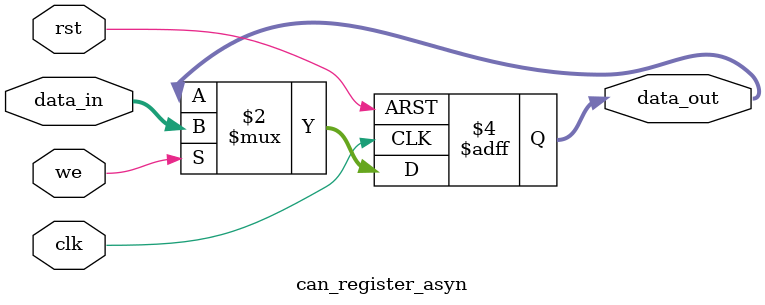
<source format=v>

`include "timescale.v"
// synopsys translate_on


module can_register_asyn
( data_in,
  data_out,
  we,
  clk,
  rst
);

parameter WIDTH = 8; // default parameter of the register width
parameter RESET_VALUE = 0;

input [WIDTH-1:0] data_in;
input             we;
input             clk;
input             rst;

output [WIDTH-1:0] data_out;
reg    [WIDTH-1:0] data_out;



always @ (posedge clk or posedge rst)
begin
  if (rst)                            // asynchronous reset
    data_out<=#1 RESET_VALUE;
  else if (we)                        // write
    data_out<=#1 data_in;
end



endmodule

</source>
